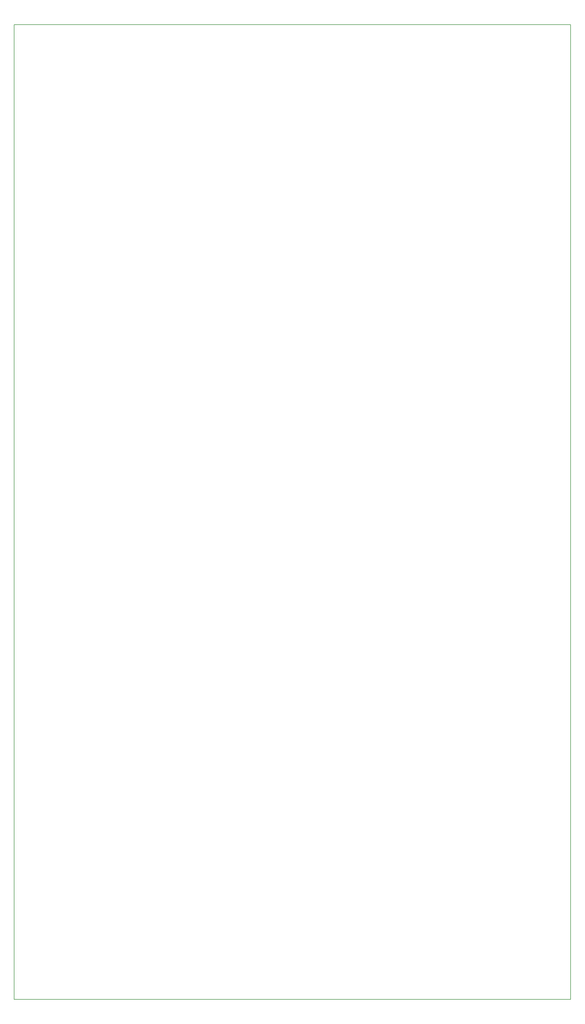
<source format=gbr>
G04 PROTEUS GERBER X2 FILE*
%TF.GenerationSoftware,Labcenter,Proteus,8.6-SP2-Build23525*%
%TF.CreationDate,2019-12-11T18:44:10+00:00*%
%TF.FileFunction,NonPlated,1,2,NPTH*%
%TF.FilePolarity,Positive*%
%TF.Part,Single*%
%FSLAX45Y45*%
%MOMM*%
G01*
%TA.AperFunction,Profile*%
%ADD29C,0.203200*%
%TD.AperFunction*%
D29*
X-9000000Y-15750000D02*
X+9000000Y-15750000D01*
X+9000000Y+15750000D01*
X-9000000Y+15750000D01*
X-9000000Y-15750000D01*
M02*

</source>
